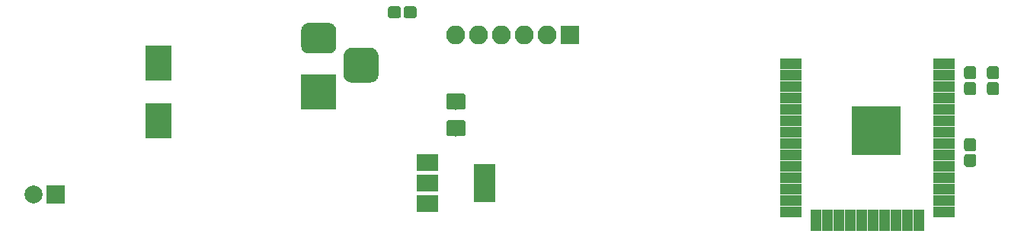
<source format=gbr>
G04 #@! TF.GenerationSoftware,KiCad,Pcbnew,5.0.0*
G04 #@! TF.CreationDate,2018-08-02T01:45:53+02:00*
G04 #@! TF.ProjectId,pentasquare,70656E74617371756172652E6B696361,rev?*
G04 #@! TF.SameCoordinates,Original*
G04 #@! TF.FileFunction,Soldermask,Bot*
G04 #@! TF.FilePolarity,Negative*
%FSLAX46Y46*%
G04 Gerber Fmt 4.6, Leading zero omitted, Abs format (unit mm)*
G04 Created by KiCad (PCBNEW 5.0.0) date Thu Aug  2 01:45:53 2018*
%MOMM*%
%LPD*%
G01*
G04 APERTURE LIST*
%ADD10R,3.900000X3.900000*%
%ADD11C,0.100000*%
%ADD12C,3.400000*%
%ADD13C,3.900000*%
%ADD14R,2.400000X4.200000*%
%ADD15R,2.400000X1.900000*%
%ADD16R,2.900000X3.900000*%
%ADD17C,1.350000*%
%ADD18C,1.825000*%
%ADD19R,2.000000X2.000000*%
%ADD20C,2.000000*%
%ADD21R,2.100000X2.100000*%
%ADD22O,2.100000X2.100000*%
%ADD23R,5.400000X5.400000*%
%ADD24R,2.400000X1.300000*%
%ADD25R,1.300000X2.400000*%
G04 APERTURE END LIST*
D10*
G04 #@! TO.C,J2*
X53340000Y-25400000D03*
D11*
G36*
X54523315Y-17704093D02*
X54605827Y-17716333D01*
X54686742Y-17736601D01*
X54765281Y-17764702D01*
X54840687Y-17800367D01*
X54912235Y-17843251D01*
X54979234Y-17892941D01*
X55041041Y-17948959D01*
X55097059Y-18010766D01*
X55146749Y-18077765D01*
X55189633Y-18149313D01*
X55225298Y-18224719D01*
X55253399Y-18303258D01*
X55273667Y-18384173D01*
X55285907Y-18466685D01*
X55290000Y-18550000D01*
X55290000Y-20250000D01*
X55285907Y-20333315D01*
X55273667Y-20415827D01*
X55253399Y-20496742D01*
X55225298Y-20575281D01*
X55189633Y-20650687D01*
X55146749Y-20722235D01*
X55097059Y-20789234D01*
X55041041Y-20851041D01*
X54979234Y-20907059D01*
X54912235Y-20956749D01*
X54840687Y-20999633D01*
X54765281Y-21035298D01*
X54686742Y-21063399D01*
X54605827Y-21083667D01*
X54523315Y-21095907D01*
X54440000Y-21100000D01*
X52240000Y-21100000D01*
X52156685Y-21095907D01*
X52074173Y-21083667D01*
X51993258Y-21063399D01*
X51914719Y-21035298D01*
X51839313Y-20999633D01*
X51767765Y-20956749D01*
X51700766Y-20907059D01*
X51638959Y-20851041D01*
X51582941Y-20789234D01*
X51533251Y-20722235D01*
X51490367Y-20650687D01*
X51454702Y-20575281D01*
X51426601Y-20496742D01*
X51406333Y-20415827D01*
X51394093Y-20333315D01*
X51390000Y-20250000D01*
X51390000Y-18550000D01*
X51394093Y-18466685D01*
X51406333Y-18384173D01*
X51426601Y-18303258D01*
X51454702Y-18224719D01*
X51490367Y-18149313D01*
X51533251Y-18077765D01*
X51582941Y-18010766D01*
X51638959Y-17948959D01*
X51700766Y-17892941D01*
X51767765Y-17843251D01*
X51839313Y-17800367D01*
X51914719Y-17764702D01*
X51993258Y-17736601D01*
X52074173Y-17716333D01*
X52156685Y-17704093D01*
X52240000Y-17700000D01*
X54440000Y-17700000D01*
X54523315Y-17704093D01*
X54523315Y-17704093D01*
G37*
D12*
X53340000Y-19400000D03*
D11*
G36*
X59110567Y-20454695D02*
X59205213Y-20468734D01*
X59298028Y-20491983D01*
X59388116Y-20524217D01*
X59474612Y-20565127D01*
X59556681Y-20614317D01*
X59633533Y-20671315D01*
X59704429Y-20735571D01*
X59768685Y-20806467D01*
X59825683Y-20883319D01*
X59874873Y-20965388D01*
X59915783Y-21051884D01*
X59948017Y-21141972D01*
X59971266Y-21234787D01*
X59985305Y-21329433D01*
X59990000Y-21425000D01*
X59990000Y-23375000D01*
X59985305Y-23470567D01*
X59971266Y-23565213D01*
X59948017Y-23658028D01*
X59915783Y-23748116D01*
X59874873Y-23834612D01*
X59825683Y-23916681D01*
X59768685Y-23993533D01*
X59704429Y-24064429D01*
X59633533Y-24128685D01*
X59556681Y-24185683D01*
X59474612Y-24234873D01*
X59388116Y-24275783D01*
X59298028Y-24308017D01*
X59205213Y-24331266D01*
X59110567Y-24345305D01*
X59015000Y-24350000D01*
X57065000Y-24350000D01*
X56969433Y-24345305D01*
X56874787Y-24331266D01*
X56781972Y-24308017D01*
X56691884Y-24275783D01*
X56605388Y-24234873D01*
X56523319Y-24185683D01*
X56446467Y-24128685D01*
X56375571Y-24064429D01*
X56311315Y-23993533D01*
X56254317Y-23916681D01*
X56205127Y-23834612D01*
X56164217Y-23748116D01*
X56131983Y-23658028D01*
X56108734Y-23565213D01*
X56094695Y-23470567D01*
X56090000Y-23375000D01*
X56090000Y-21425000D01*
X56094695Y-21329433D01*
X56108734Y-21234787D01*
X56131983Y-21141972D01*
X56164217Y-21051884D01*
X56205127Y-20965388D01*
X56254317Y-20883319D01*
X56311315Y-20806467D01*
X56375571Y-20735571D01*
X56446467Y-20671315D01*
X56523319Y-20614317D01*
X56605388Y-20565127D01*
X56691884Y-20524217D01*
X56781972Y-20491983D01*
X56874787Y-20468734D01*
X56969433Y-20454695D01*
X57065000Y-20450000D01*
X59015000Y-20450000D01*
X59110567Y-20454695D01*
X59110567Y-20454695D01*
G37*
D13*
X58040000Y-22400000D03*
G04 #@! TD*
D14*
G04 #@! TO.C,U2*
X71730000Y-35560000D03*
D15*
X65430000Y-35560000D03*
X65430000Y-33260000D03*
X65430000Y-37860000D03*
G04 #@! TD*
D16*
G04 #@! TO.C,C4*
X35560000Y-28650000D03*
X35560000Y-22150000D03*
G04 #@! TD*
D11*
G04 #@! TO.C,C2*
G36*
X128640581Y-22531625D02*
X128673343Y-22536485D01*
X128705471Y-22544533D01*
X128736656Y-22555691D01*
X128766596Y-22569852D01*
X128795005Y-22586879D01*
X128821608Y-22606609D01*
X128846149Y-22628851D01*
X128868391Y-22653392D01*
X128888121Y-22679995D01*
X128905148Y-22708404D01*
X128919309Y-22738344D01*
X128930467Y-22769529D01*
X128938515Y-22801657D01*
X128943375Y-22834419D01*
X128945000Y-22867500D01*
X128945000Y-23642500D01*
X128943375Y-23675581D01*
X128938515Y-23708343D01*
X128930467Y-23740471D01*
X128919309Y-23771656D01*
X128905148Y-23801596D01*
X128888121Y-23830005D01*
X128868391Y-23856608D01*
X128846149Y-23881149D01*
X128821608Y-23903391D01*
X128795005Y-23923121D01*
X128766596Y-23940148D01*
X128736656Y-23954309D01*
X128705471Y-23965467D01*
X128673343Y-23973515D01*
X128640581Y-23978375D01*
X128607500Y-23980000D01*
X127932500Y-23980000D01*
X127899419Y-23978375D01*
X127866657Y-23973515D01*
X127834529Y-23965467D01*
X127803344Y-23954309D01*
X127773404Y-23940148D01*
X127744995Y-23923121D01*
X127718392Y-23903391D01*
X127693851Y-23881149D01*
X127671609Y-23856608D01*
X127651879Y-23830005D01*
X127634852Y-23801596D01*
X127620691Y-23771656D01*
X127609533Y-23740471D01*
X127601485Y-23708343D01*
X127596625Y-23675581D01*
X127595000Y-23642500D01*
X127595000Y-22867500D01*
X127596625Y-22834419D01*
X127601485Y-22801657D01*
X127609533Y-22769529D01*
X127620691Y-22738344D01*
X127634852Y-22708404D01*
X127651879Y-22679995D01*
X127671609Y-22653392D01*
X127693851Y-22628851D01*
X127718392Y-22606609D01*
X127744995Y-22586879D01*
X127773404Y-22569852D01*
X127803344Y-22555691D01*
X127834529Y-22544533D01*
X127866657Y-22536485D01*
X127899419Y-22531625D01*
X127932500Y-22530000D01*
X128607500Y-22530000D01*
X128640581Y-22531625D01*
X128640581Y-22531625D01*
G37*
D17*
X128270000Y-23255000D03*
D11*
G36*
X128640581Y-24281625D02*
X128673343Y-24286485D01*
X128705471Y-24294533D01*
X128736656Y-24305691D01*
X128766596Y-24319852D01*
X128795005Y-24336879D01*
X128821608Y-24356609D01*
X128846149Y-24378851D01*
X128868391Y-24403392D01*
X128888121Y-24429995D01*
X128905148Y-24458404D01*
X128919309Y-24488344D01*
X128930467Y-24519529D01*
X128938515Y-24551657D01*
X128943375Y-24584419D01*
X128945000Y-24617500D01*
X128945000Y-25392500D01*
X128943375Y-25425581D01*
X128938515Y-25458343D01*
X128930467Y-25490471D01*
X128919309Y-25521656D01*
X128905148Y-25551596D01*
X128888121Y-25580005D01*
X128868391Y-25606608D01*
X128846149Y-25631149D01*
X128821608Y-25653391D01*
X128795005Y-25673121D01*
X128766596Y-25690148D01*
X128736656Y-25704309D01*
X128705471Y-25715467D01*
X128673343Y-25723515D01*
X128640581Y-25728375D01*
X128607500Y-25730000D01*
X127932500Y-25730000D01*
X127899419Y-25728375D01*
X127866657Y-25723515D01*
X127834529Y-25715467D01*
X127803344Y-25704309D01*
X127773404Y-25690148D01*
X127744995Y-25673121D01*
X127718392Y-25653391D01*
X127693851Y-25631149D01*
X127671609Y-25606608D01*
X127651879Y-25580005D01*
X127634852Y-25551596D01*
X127620691Y-25521656D01*
X127609533Y-25490471D01*
X127601485Y-25458343D01*
X127596625Y-25425581D01*
X127595000Y-25392500D01*
X127595000Y-24617500D01*
X127596625Y-24584419D01*
X127601485Y-24551657D01*
X127609533Y-24519529D01*
X127620691Y-24488344D01*
X127634852Y-24458404D01*
X127651879Y-24429995D01*
X127671609Y-24403392D01*
X127693851Y-24378851D01*
X127718392Y-24356609D01*
X127744995Y-24336879D01*
X127773404Y-24319852D01*
X127803344Y-24305691D01*
X127834529Y-24294533D01*
X127866657Y-24286485D01*
X127899419Y-24281625D01*
X127932500Y-24280000D01*
X128607500Y-24280000D01*
X128640581Y-24281625D01*
X128640581Y-24281625D01*
G37*
D17*
X128270000Y-25005000D03*
G04 #@! TD*
D11*
G04 #@! TO.C,C1*
G36*
X63920581Y-15836625D02*
X63953343Y-15841485D01*
X63985471Y-15849533D01*
X64016656Y-15860691D01*
X64046596Y-15874852D01*
X64075005Y-15891879D01*
X64101608Y-15911609D01*
X64126149Y-15933851D01*
X64148391Y-15958392D01*
X64168121Y-15984995D01*
X64185148Y-16013404D01*
X64199309Y-16043344D01*
X64210467Y-16074529D01*
X64218515Y-16106657D01*
X64223375Y-16139419D01*
X64225000Y-16172500D01*
X64225000Y-16847500D01*
X64223375Y-16880581D01*
X64218515Y-16913343D01*
X64210467Y-16945471D01*
X64199309Y-16976656D01*
X64185148Y-17006596D01*
X64168121Y-17035005D01*
X64148391Y-17061608D01*
X64126149Y-17086149D01*
X64101608Y-17108391D01*
X64075005Y-17128121D01*
X64046596Y-17145148D01*
X64016656Y-17159309D01*
X63985471Y-17170467D01*
X63953343Y-17178515D01*
X63920581Y-17183375D01*
X63887500Y-17185000D01*
X63112500Y-17185000D01*
X63079419Y-17183375D01*
X63046657Y-17178515D01*
X63014529Y-17170467D01*
X62983344Y-17159309D01*
X62953404Y-17145148D01*
X62924995Y-17128121D01*
X62898392Y-17108391D01*
X62873851Y-17086149D01*
X62851609Y-17061608D01*
X62831879Y-17035005D01*
X62814852Y-17006596D01*
X62800691Y-16976656D01*
X62789533Y-16945471D01*
X62781485Y-16913343D01*
X62776625Y-16880581D01*
X62775000Y-16847500D01*
X62775000Y-16172500D01*
X62776625Y-16139419D01*
X62781485Y-16106657D01*
X62789533Y-16074529D01*
X62800691Y-16043344D01*
X62814852Y-16013404D01*
X62831879Y-15984995D01*
X62851609Y-15958392D01*
X62873851Y-15933851D01*
X62898392Y-15911609D01*
X62924995Y-15891879D01*
X62953404Y-15874852D01*
X62983344Y-15860691D01*
X63014529Y-15849533D01*
X63046657Y-15841485D01*
X63079419Y-15836625D01*
X63112500Y-15835000D01*
X63887500Y-15835000D01*
X63920581Y-15836625D01*
X63920581Y-15836625D01*
G37*
D17*
X63500000Y-16510000D03*
D11*
G36*
X62170581Y-15836625D02*
X62203343Y-15841485D01*
X62235471Y-15849533D01*
X62266656Y-15860691D01*
X62296596Y-15874852D01*
X62325005Y-15891879D01*
X62351608Y-15911609D01*
X62376149Y-15933851D01*
X62398391Y-15958392D01*
X62418121Y-15984995D01*
X62435148Y-16013404D01*
X62449309Y-16043344D01*
X62460467Y-16074529D01*
X62468515Y-16106657D01*
X62473375Y-16139419D01*
X62475000Y-16172500D01*
X62475000Y-16847500D01*
X62473375Y-16880581D01*
X62468515Y-16913343D01*
X62460467Y-16945471D01*
X62449309Y-16976656D01*
X62435148Y-17006596D01*
X62418121Y-17035005D01*
X62398391Y-17061608D01*
X62376149Y-17086149D01*
X62351608Y-17108391D01*
X62325005Y-17128121D01*
X62296596Y-17145148D01*
X62266656Y-17159309D01*
X62235471Y-17170467D01*
X62203343Y-17178515D01*
X62170581Y-17183375D01*
X62137500Y-17185000D01*
X61362500Y-17185000D01*
X61329419Y-17183375D01*
X61296657Y-17178515D01*
X61264529Y-17170467D01*
X61233344Y-17159309D01*
X61203404Y-17145148D01*
X61174995Y-17128121D01*
X61148392Y-17108391D01*
X61123851Y-17086149D01*
X61101609Y-17061608D01*
X61081879Y-17035005D01*
X61064852Y-17006596D01*
X61050691Y-16976656D01*
X61039533Y-16945471D01*
X61031485Y-16913343D01*
X61026625Y-16880581D01*
X61025000Y-16847500D01*
X61025000Y-16172500D01*
X61026625Y-16139419D01*
X61031485Y-16106657D01*
X61039533Y-16074529D01*
X61050691Y-16043344D01*
X61064852Y-16013404D01*
X61081879Y-15984995D01*
X61101609Y-15958392D01*
X61123851Y-15933851D01*
X61148392Y-15911609D01*
X61174995Y-15891879D01*
X61203404Y-15874852D01*
X61233344Y-15860691D01*
X61264529Y-15849533D01*
X61296657Y-15841485D01*
X61329419Y-15836625D01*
X61362500Y-15835000D01*
X62137500Y-15835000D01*
X62170581Y-15836625D01*
X62170581Y-15836625D01*
G37*
D17*
X61750000Y-16510000D03*
G04 #@! TD*
D11*
G04 #@! TO.C,C3*
G36*
X69366207Y-25541542D02*
X69397287Y-25546152D01*
X69427766Y-25553787D01*
X69457350Y-25564372D01*
X69485754Y-25577806D01*
X69512704Y-25593959D01*
X69537942Y-25612677D01*
X69561223Y-25633777D01*
X69582323Y-25657058D01*
X69601041Y-25682296D01*
X69617194Y-25709246D01*
X69630628Y-25737650D01*
X69641213Y-25767234D01*
X69648848Y-25797713D01*
X69653458Y-25828793D01*
X69655000Y-25860176D01*
X69655000Y-27044824D01*
X69653458Y-27076207D01*
X69648848Y-27107287D01*
X69641213Y-27137766D01*
X69630628Y-27167350D01*
X69617194Y-27195754D01*
X69601041Y-27222704D01*
X69582323Y-27247942D01*
X69561223Y-27271223D01*
X69537942Y-27292323D01*
X69512704Y-27311041D01*
X69485754Y-27327194D01*
X69457350Y-27340628D01*
X69427766Y-27351213D01*
X69397287Y-27358848D01*
X69366207Y-27363458D01*
X69334824Y-27365000D01*
X67825176Y-27365000D01*
X67793793Y-27363458D01*
X67762713Y-27358848D01*
X67732234Y-27351213D01*
X67702650Y-27340628D01*
X67674246Y-27327194D01*
X67647296Y-27311041D01*
X67622058Y-27292323D01*
X67598777Y-27271223D01*
X67577677Y-27247942D01*
X67558959Y-27222704D01*
X67542806Y-27195754D01*
X67529372Y-27167350D01*
X67518787Y-27137766D01*
X67511152Y-27107287D01*
X67506542Y-27076207D01*
X67505000Y-27044824D01*
X67505000Y-25860176D01*
X67506542Y-25828793D01*
X67511152Y-25797713D01*
X67518787Y-25767234D01*
X67529372Y-25737650D01*
X67542806Y-25709246D01*
X67558959Y-25682296D01*
X67577677Y-25657058D01*
X67598777Y-25633777D01*
X67622058Y-25612677D01*
X67647296Y-25593959D01*
X67674246Y-25577806D01*
X67702650Y-25564372D01*
X67732234Y-25553787D01*
X67762713Y-25546152D01*
X67793793Y-25541542D01*
X67825176Y-25540000D01*
X69334824Y-25540000D01*
X69366207Y-25541542D01*
X69366207Y-25541542D01*
G37*
D18*
X68580000Y-26452500D03*
D11*
G36*
X69366207Y-28516542D02*
X69397287Y-28521152D01*
X69427766Y-28528787D01*
X69457350Y-28539372D01*
X69485754Y-28552806D01*
X69512704Y-28568959D01*
X69537942Y-28587677D01*
X69561223Y-28608777D01*
X69582323Y-28632058D01*
X69601041Y-28657296D01*
X69617194Y-28684246D01*
X69630628Y-28712650D01*
X69641213Y-28742234D01*
X69648848Y-28772713D01*
X69653458Y-28803793D01*
X69655000Y-28835176D01*
X69655000Y-30019824D01*
X69653458Y-30051207D01*
X69648848Y-30082287D01*
X69641213Y-30112766D01*
X69630628Y-30142350D01*
X69617194Y-30170754D01*
X69601041Y-30197704D01*
X69582323Y-30222942D01*
X69561223Y-30246223D01*
X69537942Y-30267323D01*
X69512704Y-30286041D01*
X69485754Y-30302194D01*
X69457350Y-30315628D01*
X69427766Y-30326213D01*
X69397287Y-30333848D01*
X69366207Y-30338458D01*
X69334824Y-30340000D01*
X67825176Y-30340000D01*
X67793793Y-30338458D01*
X67762713Y-30333848D01*
X67732234Y-30326213D01*
X67702650Y-30315628D01*
X67674246Y-30302194D01*
X67647296Y-30286041D01*
X67622058Y-30267323D01*
X67598777Y-30246223D01*
X67577677Y-30222942D01*
X67558959Y-30197704D01*
X67542806Y-30170754D01*
X67529372Y-30142350D01*
X67518787Y-30112766D01*
X67511152Y-30082287D01*
X67506542Y-30051207D01*
X67505000Y-30019824D01*
X67505000Y-28835176D01*
X67506542Y-28803793D01*
X67511152Y-28772713D01*
X67518787Y-28742234D01*
X67529372Y-28712650D01*
X67542806Y-28684246D01*
X67558959Y-28657296D01*
X67577677Y-28632058D01*
X67598777Y-28608777D01*
X67622058Y-28587677D01*
X67647296Y-28568959D01*
X67674246Y-28552806D01*
X67702650Y-28539372D01*
X67732234Y-28528787D01*
X67762713Y-28521152D01*
X67793793Y-28516542D01*
X67825176Y-28515000D01*
X69334824Y-28515000D01*
X69366207Y-28516542D01*
X69366207Y-28516542D01*
G37*
D18*
X68580000Y-29427500D03*
G04 #@! TD*
D19*
G04 #@! TO.C,C5*
X24130000Y-36830000D03*
D20*
X21630000Y-36830000D03*
G04 #@! TD*
D21*
G04 #@! TO.C,J1*
X81280000Y-19050000D03*
D22*
X78740000Y-19050000D03*
X76200000Y-19050000D03*
X73660000Y-19050000D03*
X71120000Y-19050000D03*
X68580000Y-19050000D03*
G04 #@! TD*
D23*
G04 #@! TO.C,U1*
X115300000Y-29725000D03*
D24*
X122800000Y-22225000D03*
X122800000Y-23495000D03*
X122800000Y-24765000D03*
X122800000Y-26035000D03*
X122800000Y-27305000D03*
X122800000Y-28575000D03*
X122800000Y-29845000D03*
X122800000Y-31115000D03*
X122800000Y-32385000D03*
X122800000Y-33655000D03*
X122800000Y-34925000D03*
X122800000Y-36195000D03*
X122800000Y-37465000D03*
X122800000Y-38735000D03*
D25*
X120015000Y-39735000D03*
X118745000Y-39735000D03*
X117475000Y-39735000D03*
X116205000Y-39735000D03*
X114935000Y-39735000D03*
X113665000Y-39735000D03*
X112395000Y-39735000D03*
X111125000Y-39735000D03*
X109855000Y-39735000D03*
X108585000Y-39735000D03*
D24*
X105800000Y-38735000D03*
X105800000Y-37465000D03*
X105800000Y-36195000D03*
X105800000Y-34925000D03*
X105800000Y-33655000D03*
X105800000Y-32385000D03*
X105800000Y-31115000D03*
X105800000Y-29845000D03*
X105800000Y-28575000D03*
X105800000Y-27305000D03*
X105800000Y-26035000D03*
X105800000Y-24765000D03*
X105800000Y-23495000D03*
X105800000Y-22225000D03*
G04 #@! TD*
D11*
G04 #@! TO.C,R2*
G36*
X126100581Y-32296625D02*
X126133343Y-32301485D01*
X126165471Y-32309533D01*
X126196656Y-32320691D01*
X126226596Y-32334852D01*
X126255005Y-32351879D01*
X126281608Y-32371609D01*
X126306149Y-32393851D01*
X126328391Y-32418392D01*
X126348121Y-32444995D01*
X126365148Y-32473404D01*
X126379309Y-32503344D01*
X126390467Y-32534529D01*
X126398515Y-32566657D01*
X126403375Y-32599419D01*
X126405000Y-32632500D01*
X126405000Y-33407500D01*
X126403375Y-33440581D01*
X126398515Y-33473343D01*
X126390467Y-33505471D01*
X126379309Y-33536656D01*
X126365148Y-33566596D01*
X126348121Y-33595005D01*
X126328391Y-33621608D01*
X126306149Y-33646149D01*
X126281608Y-33668391D01*
X126255005Y-33688121D01*
X126226596Y-33705148D01*
X126196656Y-33719309D01*
X126165471Y-33730467D01*
X126133343Y-33738515D01*
X126100581Y-33743375D01*
X126067500Y-33745000D01*
X125392500Y-33745000D01*
X125359419Y-33743375D01*
X125326657Y-33738515D01*
X125294529Y-33730467D01*
X125263344Y-33719309D01*
X125233404Y-33705148D01*
X125204995Y-33688121D01*
X125178392Y-33668391D01*
X125153851Y-33646149D01*
X125131609Y-33621608D01*
X125111879Y-33595005D01*
X125094852Y-33566596D01*
X125080691Y-33536656D01*
X125069533Y-33505471D01*
X125061485Y-33473343D01*
X125056625Y-33440581D01*
X125055000Y-33407500D01*
X125055000Y-32632500D01*
X125056625Y-32599419D01*
X125061485Y-32566657D01*
X125069533Y-32534529D01*
X125080691Y-32503344D01*
X125094852Y-32473404D01*
X125111879Y-32444995D01*
X125131609Y-32418392D01*
X125153851Y-32393851D01*
X125178392Y-32371609D01*
X125204995Y-32351879D01*
X125233404Y-32334852D01*
X125263344Y-32320691D01*
X125294529Y-32309533D01*
X125326657Y-32301485D01*
X125359419Y-32296625D01*
X125392500Y-32295000D01*
X126067500Y-32295000D01*
X126100581Y-32296625D01*
X126100581Y-32296625D01*
G37*
D17*
X125730000Y-33020000D03*
D11*
G36*
X126100581Y-30546625D02*
X126133343Y-30551485D01*
X126165471Y-30559533D01*
X126196656Y-30570691D01*
X126226596Y-30584852D01*
X126255005Y-30601879D01*
X126281608Y-30621609D01*
X126306149Y-30643851D01*
X126328391Y-30668392D01*
X126348121Y-30694995D01*
X126365148Y-30723404D01*
X126379309Y-30753344D01*
X126390467Y-30784529D01*
X126398515Y-30816657D01*
X126403375Y-30849419D01*
X126405000Y-30882500D01*
X126405000Y-31657500D01*
X126403375Y-31690581D01*
X126398515Y-31723343D01*
X126390467Y-31755471D01*
X126379309Y-31786656D01*
X126365148Y-31816596D01*
X126348121Y-31845005D01*
X126328391Y-31871608D01*
X126306149Y-31896149D01*
X126281608Y-31918391D01*
X126255005Y-31938121D01*
X126226596Y-31955148D01*
X126196656Y-31969309D01*
X126165471Y-31980467D01*
X126133343Y-31988515D01*
X126100581Y-31993375D01*
X126067500Y-31995000D01*
X125392500Y-31995000D01*
X125359419Y-31993375D01*
X125326657Y-31988515D01*
X125294529Y-31980467D01*
X125263344Y-31969309D01*
X125233404Y-31955148D01*
X125204995Y-31938121D01*
X125178392Y-31918391D01*
X125153851Y-31896149D01*
X125131609Y-31871608D01*
X125111879Y-31845005D01*
X125094852Y-31816596D01*
X125080691Y-31786656D01*
X125069533Y-31755471D01*
X125061485Y-31723343D01*
X125056625Y-31690581D01*
X125055000Y-31657500D01*
X125055000Y-30882500D01*
X125056625Y-30849419D01*
X125061485Y-30816657D01*
X125069533Y-30784529D01*
X125080691Y-30753344D01*
X125094852Y-30723404D01*
X125111879Y-30694995D01*
X125131609Y-30668392D01*
X125153851Y-30643851D01*
X125178392Y-30621609D01*
X125204995Y-30601879D01*
X125233404Y-30584852D01*
X125263344Y-30570691D01*
X125294529Y-30559533D01*
X125326657Y-30551485D01*
X125359419Y-30546625D01*
X125392500Y-30545000D01*
X126067500Y-30545000D01*
X126100581Y-30546625D01*
X126100581Y-30546625D01*
G37*
D17*
X125730000Y-31270000D03*
G04 #@! TD*
D11*
G04 #@! TO.C,R1*
G36*
X126100581Y-22531625D02*
X126133343Y-22536485D01*
X126165471Y-22544533D01*
X126196656Y-22555691D01*
X126226596Y-22569852D01*
X126255005Y-22586879D01*
X126281608Y-22606609D01*
X126306149Y-22628851D01*
X126328391Y-22653392D01*
X126348121Y-22679995D01*
X126365148Y-22708404D01*
X126379309Y-22738344D01*
X126390467Y-22769529D01*
X126398515Y-22801657D01*
X126403375Y-22834419D01*
X126405000Y-22867500D01*
X126405000Y-23642500D01*
X126403375Y-23675581D01*
X126398515Y-23708343D01*
X126390467Y-23740471D01*
X126379309Y-23771656D01*
X126365148Y-23801596D01*
X126348121Y-23830005D01*
X126328391Y-23856608D01*
X126306149Y-23881149D01*
X126281608Y-23903391D01*
X126255005Y-23923121D01*
X126226596Y-23940148D01*
X126196656Y-23954309D01*
X126165471Y-23965467D01*
X126133343Y-23973515D01*
X126100581Y-23978375D01*
X126067500Y-23980000D01*
X125392500Y-23980000D01*
X125359419Y-23978375D01*
X125326657Y-23973515D01*
X125294529Y-23965467D01*
X125263344Y-23954309D01*
X125233404Y-23940148D01*
X125204995Y-23923121D01*
X125178392Y-23903391D01*
X125153851Y-23881149D01*
X125131609Y-23856608D01*
X125111879Y-23830005D01*
X125094852Y-23801596D01*
X125080691Y-23771656D01*
X125069533Y-23740471D01*
X125061485Y-23708343D01*
X125056625Y-23675581D01*
X125055000Y-23642500D01*
X125055000Y-22867500D01*
X125056625Y-22834419D01*
X125061485Y-22801657D01*
X125069533Y-22769529D01*
X125080691Y-22738344D01*
X125094852Y-22708404D01*
X125111879Y-22679995D01*
X125131609Y-22653392D01*
X125153851Y-22628851D01*
X125178392Y-22606609D01*
X125204995Y-22586879D01*
X125233404Y-22569852D01*
X125263344Y-22555691D01*
X125294529Y-22544533D01*
X125326657Y-22536485D01*
X125359419Y-22531625D01*
X125392500Y-22530000D01*
X126067500Y-22530000D01*
X126100581Y-22531625D01*
X126100581Y-22531625D01*
G37*
D17*
X125730000Y-23255000D03*
D11*
G36*
X126100581Y-24281625D02*
X126133343Y-24286485D01*
X126165471Y-24294533D01*
X126196656Y-24305691D01*
X126226596Y-24319852D01*
X126255005Y-24336879D01*
X126281608Y-24356609D01*
X126306149Y-24378851D01*
X126328391Y-24403392D01*
X126348121Y-24429995D01*
X126365148Y-24458404D01*
X126379309Y-24488344D01*
X126390467Y-24519529D01*
X126398515Y-24551657D01*
X126403375Y-24584419D01*
X126405000Y-24617500D01*
X126405000Y-25392500D01*
X126403375Y-25425581D01*
X126398515Y-25458343D01*
X126390467Y-25490471D01*
X126379309Y-25521656D01*
X126365148Y-25551596D01*
X126348121Y-25580005D01*
X126328391Y-25606608D01*
X126306149Y-25631149D01*
X126281608Y-25653391D01*
X126255005Y-25673121D01*
X126226596Y-25690148D01*
X126196656Y-25704309D01*
X126165471Y-25715467D01*
X126133343Y-25723515D01*
X126100581Y-25728375D01*
X126067500Y-25730000D01*
X125392500Y-25730000D01*
X125359419Y-25728375D01*
X125326657Y-25723515D01*
X125294529Y-25715467D01*
X125263344Y-25704309D01*
X125233404Y-25690148D01*
X125204995Y-25673121D01*
X125178392Y-25653391D01*
X125153851Y-25631149D01*
X125131609Y-25606608D01*
X125111879Y-25580005D01*
X125094852Y-25551596D01*
X125080691Y-25521656D01*
X125069533Y-25490471D01*
X125061485Y-25458343D01*
X125056625Y-25425581D01*
X125055000Y-25392500D01*
X125055000Y-24617500D01*
X125056625Y-24584419D01*
X125061485Y-24551657D01*
X125069533Y-24519529D01*
X125080691Y-24488344D01*
X125094852Y-24458404D01*
X125111879Y-24429995D01*
X125131609Y-24403392D01*
X125153851Y-24378851D01*
X125178392Y-24356609D01*
X125204995Y-24336879D01*
X125233404Y-24319852D01*
X125263344Y-24305691D01*
X125294529Y-24294533D01*
X125326657Y-24286485D01*
X125359419Y-24281625D01*
X125392500Y-24280000D01*
X126067500Y-24280000D01*
X126100581Y-24281625D01*
X126100581Y-24281625D01*
G37*
D17*
X125730000Y-25005000D03*
G04 #@! TD*
M02*

</source>
